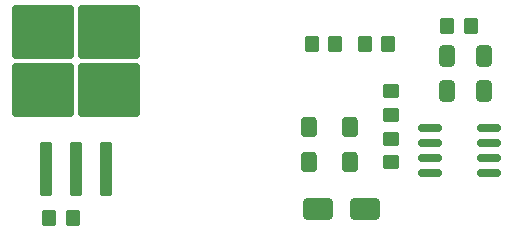
<source format=gtp>
G04 #@! TF.GenerationSoftware,KiCad,Pcbnew,8.0.2-8.0.2-0~ubuntu22.04.1*
G04 #@! TF.CreationDate,2024-05-02T22:53:01+03:00*
G04 #@! TF.ProjectId,blink-timer,626c696e-6b2d-4746-996d-65722e6b6963,rev?*
G04 #@! TF.SameCoordinates,Original*
G04 #@! TF.FileFunction,Paste,Top*
G04 #@! TF.FilePolarity,Positive*
%FSLAX46Y46*%
G04 Gerber Fmt 4.6, Leading zero omitted, Abs format (unit mm)*
G04 Created by KiCad (PCBNEW 8.0.2-8.0.2-0~ubuntu22.04.1) date 2024-05-02 22:53:01*
%MOMM*%
%LPD*%
G01*
G04 APERTURE LIST*
G04 Aperture macros list*
%AMRoundRect*
0 Rectangle with rounded corners*
0 $1 Rounding radius*
0 $2 $3 $4 $5 $6 $7 $8 $9 X,Y pos of 4 corners*
0 Add a 4 corners polygon primitive as box body*
4,1,4,$2,$3,$4,$5,$6,$7,$8,$9,$2,$3,0*
0 Add four circle primitives for the rounded corners*
1,1,$1+$1,$2,$3*
1,1,$1+$1,$4,$5*
1,1,$1+$1,$6,$7*
1,1,$1+$1,$8,$9*
0 Add four rect primitives between the rounded corners*
20,1,$1+$1,$2,$3,$4,$5,0*
20,1,$1+$1,$4,$5,$6,$7,0*
20,1,$1+$1,$6,$7,$8,$9,0*
20,1,$1+$1,$8,$9,$2,$3,0*%
G04 Aperture macros list end*
%ADD10RoundRect,0.250000X-0.450000X0.350000X-0.450000X-0.350000X0.450000X-0.350000X0.450000X0.350000X0*%
%ADD11RoundRect,0.250000X-0.412500X-0.650000X0.412500X-0.650000X0.412500X0.650000X-0.412500X0.650000X0*%
%ADD12RoundRect,0.250000X0.350000X0.450000X-0.350000X0.450000X-0.350000X-0.450000X0.350000X-0.450000X0*%
%ADD13RoundRect,0.250000X0.400000X0.600000X-0.400000X0.600000X-0.400000X-0.600000X0.400000X-0.600000X0*%
%ADD14RoundRect,0.250000X0.412500X0.650000X-0.412500X0.650000X-0.412500X-0.650000X0.412500X-0.650000X0*%
%ADD15RoundRect,0.250000X0.300000X-2.050000X0.300000X2.050000X-0.300000X2.050000X-0.300000X-2.050000X0*%
%ADD16RoundRect,0.250000X2.375000X-2.025000X2.375000X2.025000X-2.375000X2.025000X-2.375000X-2.025000X0*%
%ADD17RoundRect,0.250000X-0.350000X-0.450000X0.350000X-0.450000X0.350000X0.450000X-0.350000X0.450000X0*%
%ADD18RoundRect,0.150000X-0.825000X-0.150000X0.825000X-0.150000X0.825000X0.150000X-0.825000X0.150000X0*%
%ADD19RoundRect,0.250000X-0.400000X-0.600000X0.400000X-0.600000X0.400000X0.600000X-0.400000X0.600000X0*%
%ADD20RoundRect,0.250000X1.000000X0.650000X-1.000000X0.650000X-1.000000X-0.650000X1.000000X-0.650000X0*%
G04 APERTURE END LIST*
D10*
X132715000Y-108000000D03*
X132715000Y-110000000D03*
D11*
X137437500Y-105000000D03*
X140562500Y-105000000D03*
D12*
X139500000Y-102500000D03*
X137500000Y-102500000D03*
D13*
X129250000Y-114000000D03*
X125750000Y-114000000D03*
D12*
X105775000Y-118745000D03*
X103775000Y-118745000D03*
D14*
X140562500Y-108000000D03*
X137437500Y-108000000D03*
D15*
X103505000Y-114575000D03*
X106045000Y-114575000D03*
D16*
X103270000Y-107850000D03*
X108820000Y-107850000D03*
X103270000Y-103000000D03*
X108820000Y-103000000D03*
D15*
X108585000Y-114575000D03*
D17*
X126000000Y-104000000D03*
X128000000Y-104000000D03*
X130500000Y-104000000D03*
X132500000Y-104000000D03*
D18*
X136025000Y-111095000D03*
X136025000Y-112365000D03*
X136025000Y-113635000D03*
X136025000Y-114905000D03*
X140975000Y-114905000D03*
X140975000Y-113635000D03*
X140975000Y-112365000D03*
X140975000Y-111095000D03*
D19*
X125750000Y-111000000D03*
X129250000Y-111000000D03*
D10*
X132715000Y-112000000D03*
X132715000Y-114000000D03*
D20*
X130500000Y-118000000D03*
X126500000Y-118000000D03*
M02*

</source>
